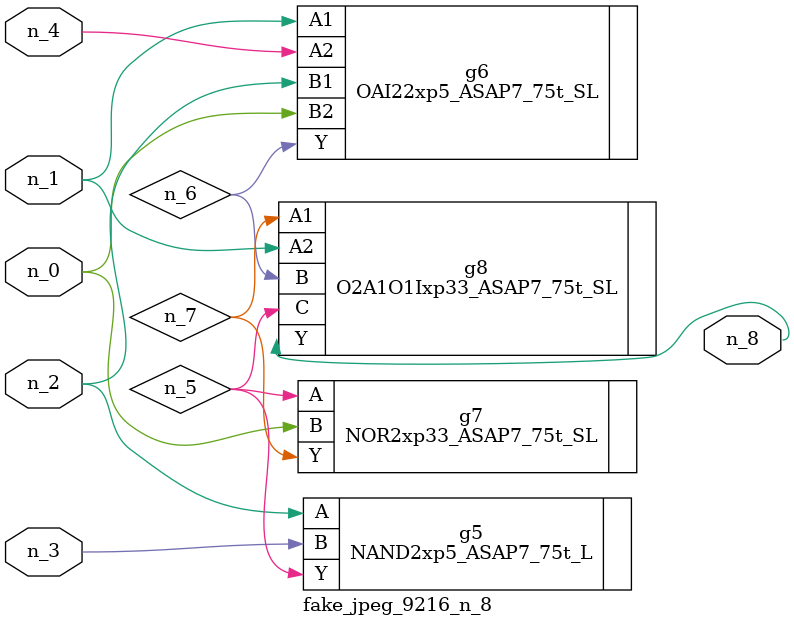
<source format=v>
module fake_jpeg_9216_n_8 (n_3, n_2, n_1, n_0, n_4, n_8);

input n_3;
input n_2;
input n_1;
input n_0;
input n_4;

output n_8;

wire n_6;
wire n_5;
wire n_7;

NAND2xp5_ASAP7_75t_L g5 ( 
.A(n_2),
.B(n_3),
.Y(n_5)
);

OAI22xp5_ASAP7_75t_SL g6 ( 
.A1(n_1),
.A2(n_4),
.B1(n_2),
.B2(n_0),
.Y(n_6)
);

NOR2xp33_ASAP7_75t_SL g7 ( 
.A(n_5),
.B(n_0),
.Y(n_7)
);

O2A1O1Ixp33_ASAP7_75t_SL g8 ( 
.A1(n_7),
.A2(n_1),
.B(n_6),
.C(n_5),
.Y(n_8)
);


endmodule
</source>
